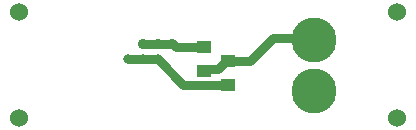
<source format=gbl>
G04*
G04 #@! TF.GenerationSoftware,Altium Limited,Altium Designer,22.5.1 (42)*
G04*
G04 Layer_Physical_Order=2*
G04 Layer_Color=16711680*
%FSLAX44Y44*%
%MOMM*%
G71*
G04*
G04 #@! TF.SameCoordinates,8F6CD75C-12F9-44A4-8B14-4AFE5C5DE420*
G04*
G04*
G04 #@! TF.FilePolarity,Positive*
G04*
G01*
G75*
%ADD19C,0.8000*%
%ADD20C,3.8000*%
%ADD21C,1.5240*%
%ADD22C,0.9000*%
%ADD23C,0.8000*%
%ADD24R,1.2500X1.0000*%
%ADD25C,0.3500*%
D19*
X124875Y87625D02*
X125146D01*
X127771Y85000D02*
X152000D01*
X112563Y87563D02*
X124812D01*
X124875Y87625D01*
X125146D02*
X127771Y85000D01*
X100125Y87375D02*
X100188Y87437D01*
X112437D02*
X112563Y87563D01*
X100188Y87437D02*
X112437D01*
X112500Y74831D02*
X134331Y53000D01*
X172000D01*
X87500Y75000D02*
X112331D01*
X112500Y74831D01*
X209750Y92250D02*
X243750D01*
X190500Y73000D02*
X209750Y92250D01*
X172000Y73000D02*
X190500D01*
X170750D02*
X172000D01*
X243750Y92250D02*
X245000Y91000D01*
X153000Y66000D02*
X163750D01*
X170750Y73000D01*
X152000Y65000D02*
X153000Y66000D01*
D20*
X245000Y91000D02*
D03*
Y47500D02*
D03*
D21*
X315000Y25000D02*
D03*
Y115000D02*
D03*
X-5000D02*
D03*
Y25000D02*
D03*
D22*
X112500Y87500D02*
D03*
X124875Y87625D02*
D03*
X100125Y87375D02*
D03*
D23*
X99915Y75000D02*
D03*
X112500Y74831D02*
D03*
X87500Y75000D02*
D03*
D24*
X172000Y73000D02*
D03*
X152000Y65000D02*
D03*
X172000Y53000D02*
D03*
X152000Y85000D02*
D03*
D25*
Y66750D02*
X154500D01*
M02*

</source>
